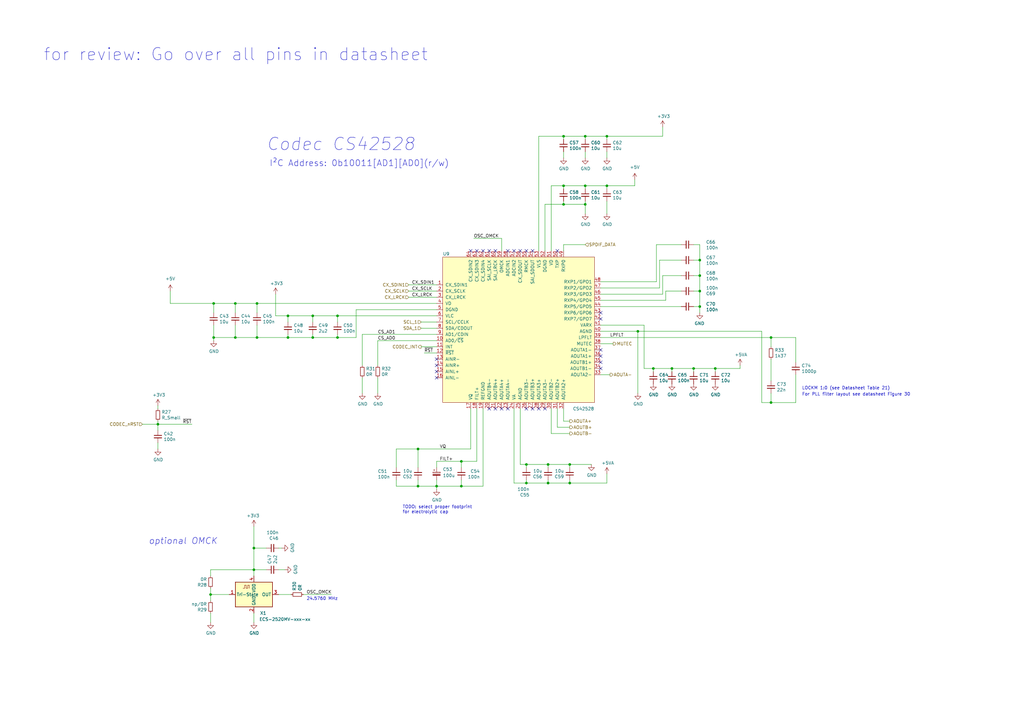
<source format=kicad_sch>
(kicad_sch (version 20230121) (generator eeschema)
  (paper "A3")
  (title_block (title "CS42528") (date "2022-06-02") (rev "00.01"))
  (lib_symbols
    (symbol "Device:C_Polarized_Small" (pin_numbers hide) (pin_names (offset 0.254) hide)
      (property "Reference" "C" (at 0.254 1.778 0))
      (property "Value" "C_Polarized_Small" (at 0.254 -2.032 0))
      (symbol "C_Polarized_Small_0_1"
        (rectangle (start -1.524 -0.3048) (end 1.524 -0.6858) (fill (type outline)))
        (rectangle (start -1.524 0.6858) (end 1.524 0.3048))
        (polyline (pts (xy -1.27 1.524) (xy -0.762 1.524)))
        (polyline (pts (xy -1.016 1.27) (xy -1.016 1.778)))
      )
      (symbol "C_Polarized_Small_1_1"
        (pin passive line (at 0 2.54 270) (length 1.8542) (name "~") (number "1"))
        (pin passive line (at 0 -2.54 90) (length 1.8542) (name "~") (number "2"))
      )
    )
    (symbol "Device:C_Small" (pin_numbers hide) (pin_names (offset 0.254) hide)
      (property "Reference" "C" (at 0.254 1.778 0))
      (property "Value" "C_Small" (at 0.254 -2.032 0))
      (symbol "C_Small_0_1"
        (polyline (pts (xy -1.524 -0.508) (xy 1.524 -0.508)) (stroke (width 0.3302)))
        (polyline (pts (xy -1.524 0.508) (xy 1.524 0.508)) (stroke (width 0.3048)))
      )
      (symbol "C_Small_1_1"
        (pin passive line (at 0 2.54 270) (length 2.032) (name "~") (number "1"))
        (pin passive line (at 0 -2.54 90) (length 2.032) (name "~") (number "2"))
      )
    )
    (symbol "Device:R_Small" (pin_numbers hide) (pin_names (offset 0.254) hide)
      (property "Reference" "R" (at 0.762 0.508 0))
      (property "Value" "R_Small" (at 0.762 -1.016 0))
      (symbol "R_Small_0_1"
        (rectangle (start -0.762 1.778) (end 0.762 -1.778) (stroke (width 0.2032)))
      )
      (symbol "R_Small_1_1"
        (pin passive line (at 0 2.54 270) (length 0.762) (name "~") (number "1"))
        (pin passive line (at 0 -2.54 90) (length 0.762) (name "~") (number "2"))
      )
    )
    (symbol "Oscillator:ECS-2520MV-xxx-xx"
      (property "Reference" "X" (at -5.08 6.35 0))
      (property "Value" "ECS-2520MV-xxx-xx" (at 1.27 -6.35 0))
      (symbol "ECS-2520MV-xxx-xx_0_1"
        (rectangle (start -7.62 5.08) (end 7.62 -5.08) (stroke (width 0.254)) (fill (type background)))
        (polyline (pts (xy -4.445 2.54) (xy -3.81 2.54) (xy -3.81 3.81) (xy -3.175 3.81) (xy -3.175 2.54) (xy -2.54 2.54) (xy -2.54 3.81) (xy -1.905 3.81) (xy -1.905 2.54)))
      )
      (symbol "ECS-2520MV-xxx-xx_1_1"
        (pin input line (at -10.16 0 0) (length 2.54) (name "Tri-State") (number "1"))
        (pin power_in line (at 0 -7.62 90) (length 2.54) (name "GND") (number "2"))
        (pin output line (at 10.16 0 180) (length 2.54) (name "OUT") (number "3"))
        (pin power_in line (at 0 7.62 270) (length 2.54) (name "VDD") (number "4"))
      )
    )
    (symbol "cs42528:CS42528" (pin_names (offset 1.016))
      (property "Reference" "U" (at 1.27 1.27 0))
      (property "Value" "CS42528" (at 57.15 -60.96 0))
      (symbol "CS42528_0_1"
        (rectangle (start 62.23 -59.69) (end 0 0) (fill (type background)))
      )
      (symbol "CS42528_1_1"
        (pin input line (at -2.54 -11.43 0) (length 2.54) (name "CX_SDIN1") (number "1"))
        (pin input line (at -2.54 -34.29 0) (length 2.54) (name "AD0/~{CS}") (number "10"))
        (pin output line (at -2.54 -36.83 0) (length 2.54) (name "INT") (number "11"))
        (pin input line (at -2.54 -39.37 0) (length 2.54) (name "~{RST}") (number "12"))
        (pin input line (at -2.54 -41.91 0) (length 2.54) (name "AINR-") (number "13"))
        (pin input line (at -2.54 -44.45 0) (length 2.54) (name "AINR+") (number "14"))
        (pin input line (at -2.54 -46.99 0) (length 2.54) (name "AINL+") (number "15"))
        (pin input line (at -2.54 -49.53 0) (length 2.54) (name "AINL-") (number "16"))
        (pin output line (at 11.43 -62.23 90) (length 2.54) (name "VQ") (number "17"))
        (pin output line (at 13.97 -62.23 90) (length 2.54) (name "FILT+") (number "18"))
        (pin power_in line (at 16.51 -62.23 90) (length 2.54) (name "REFGND") (number "19"))
        (pin bidirectional line (at -2.54 -13.97 0) (length 2.54) (name "CX_SCLK") (number "2"))
        (pin output line (at 19.05 -62.23 90) (length 2.54) (name "AOUTB4-") (number "20"))
        (pin output line (at 21.59 -62.23 90) (length 2.54) (name "AOUTB4+") (number "21"))
        (pin output line (at 24.13 -62.23 90) (length 2.54) (name "AOUTA4+") (number "22"))
        (pin output line (at 26.67 -62.23 90) (length 2.54) (name "AOUTA4-") (number "23"))
        (pin power_in line (at 29.21 -62.23 90) (length 2.54) (name "VA") (number "24"))
        (pin power_in line (at 31.75 -62.23 90) (length 2.54) (name "AGND") (number "25"))
        (pin output line (at 34.29 -62.23 90) (length 2.54) (name "AOUTB3-") (number "26"))
        (pin output line (at 36.83 -62.23 90) (length 2.54) (name "AOUTB3+") (number "27"))
        (pin output line (at 39.37 -62.23 90) (length 2.54) (name "AOUTA3+") (number "28"))
        (pin output line (at 41.91 -62.23 90) (length 2.54) (name "AOUTA3-") (number "29"))
        (pin bidirectional line (at -2.54 -16.51 0) (length 2.54) (name "CX_LRCK") (number "3"))
        (pin output line (at 44.45 -62.23 90) (length 2.54) (name "AOUTB2-") (number "30"))
        (pin output line (at 46.99 -62.23 90) (length 2.54) (name "AOUTB2+") (number "31"))
        (pin output line (at 49.53 -62.23 90) (length 2.54) (name "AOUTA2+") (number "32"))
        (pin output line (at 64.77 -48.26 180) (length 2.54) (name "AOUTA2-") (number "33"))
        (pin output line (at 64.77 -45.72 180) (length 2.54) (name "AOUTB1-") (number "34"))
        (pin output line (at 64.77 -43.18 180) (length 2.54) (name "AOUTB1+") (number "35"))
        (pin output line (at 64.77 -40.64 180) (length 2.54) (name "AOUTA1+") (number "36"))
        (pin output line (at 64.77 -38.1 180) (length 2.54) (name "AOUTA1-") (number "37"))
        (pin output line (at 64.77 -35.56 180) (length 2.54) (name "MUTEC") (number "38"))
        (pin output line (at 64.77 -33.02 180) (length 2.54) (name "LPFLT") (number "39"))
        (pin power_in line (at -2.54 -19.05 0) (length 2.54) (name "VD") (number "4"))
        (pin power_in line (at 64.77 -30.48 180) (length 2.54) (name "AGND") (number "40"))
        (pin power_in line (at 64.77 -27.94 180) (length 2.54) (name "VARX") (number "41"))
        (pin bidirectional line (at 64.77 -25.4 180) (length 2.54) (name "RXP7/GPO7") (number "42"))
        (pin bidirectional line (at 64.77 -22.86 180) (length 2.54) (name "RXP6/GPO6") (number "43"))
        (pin bidirectional line (at 64.77 -20.32 180) (length 2.54) (name "RXP5/GPO5") (number "44"))
        (pin bidirectional line (at 64.77 -17.78 180) (length 2.54) (name "RXP4/GPO4") (number "45"))
        (pin bidirectional line (at 64.77 -15.24 180) (length 2.54) (name "RXP3/GPO3") (number "46"))
        (pin bidirectional line (at 64.77 -12.7 180) (length 2.54) (name "RXP2/GPO2") (number "47"))
        (pin bidirectional line (at 64.77 -10.16 180) (length 2.54) (name "RXP1/GPO1") (number "48"))
        (pin input line (at 49.53 2.54 270) (length 2.54) (name "RXP0") (number "49"))
        (pin power_in line (at -2.54 -21.59 0) (length 2.54) (name "DGND") (number "5"))
        (pin output line (at 46.99 2.54 270) (length 2.54) (name "TXP") (number "50"))
        (pin power_in line (at 44.45 2.54 270) (length 2.54) (name "VD") (number "51"))
        (pin power_in line (at 41.91 2.54 270) (length 2.54) (name "DGND") (number "52"))
        (pin input line (at 39.37 2.54 270) (length 2.54) (name "VLS") (number "53"))
        (pin output line (at 36.83 2.54 270) (length 2.54) (name "SAI_SDOUT") (number "54"))
        (pin output line (at 34.29 2.54 270) (length 2.54) (name "RMCK") (number "55"))
        (pin output line (at 31.75 2.54 270) (length 2.54) (name "CX_SDOUT") (number "56"))
        (pin output line (at 29.21 2.54 270) (length 2.54) (name "ADCIN2") (number "57"))
        (pin output line (at 26.67 2.54 270) (length 2.54) (name "ADCIN1") (number "58"))
        (pin input line (at 24.13 2.54 270) (length 2.54) (name "OMCK") (number "59"))
        (pin power_in line (at -2.54 -24.13 0) (length 2.54) (name "VLC") (number "6"))
        (pin bidirectional line (at 21.59 2.54 270) (length 2.54) (name "SAI_LRCK") (number "60"))
        (pin input line (at 19.05 2.54 270) (length 2.54) (name "SAI_SCLK") (number "61"))
        (pin input line (at 16.51 2.54 270) (length 2.54) (name "CX_SDIN4") (number "62"))
        (pin input line (at 13.97 2.54 270) (length 2.54) (name "CX_SDIN3") (number "63"))
        (pin input line (at 11.43 2.54 270) (length 2.54) (name "CX_SDIN2") (number "64"))
        (pin input line (at -2.54 -26.67 0) (length 2.54) (name "SCL/CCLK") (number "7"))
        (pin bidirectional line (at -2.54 -29.21 0) (length 2.54) (name "SDA/CDOUT") (number "8"))
        (pin input line (at -2.54 -31.75 0) (length 2.54) (name "AD1/CDIN") (number "9"))
      )
    )
    (symbol "power:+3V3" (power) (pin_names (offset 0))
      (property "Value" "+3V3" (at 0 3.556 0))
      (symbol "+3V3_0_1"
        (polyline (pts (xy -0.762 1.27) (xy 0 2.54)))
        (polyline (pts (xy 0 0) (xy 0 2.54)))
        (polyline (pts (xy 0 2.54) (xy 0.762 1.27)))
      )
      (symbol "+3V3_1_1"
        (pin power_in line (at 0 0 90) (length 0) hide (name "+3V3") (number "1"))
      )
    )
    (symbol "power:+5V" (power) (pin_names (offset 0))
      (property "Value" "+5V" (at 0 3.556 0))
      (symbol "+5V_0_1"
        (polyline (pts (xy -0.762 1.27) (xy 0 2.54)))
        (polyline (pts (xy 0 0) (xy 0 2.54)))
        (polyline (pts (xy 0 2.54) (xy 0.762 1.27)))
      )
      (symbol "+5V_1_1"
        (pin power_in line (at 0 0 90) (length 0) hide (name "+5V") (number "1"))
      )
    )
    (symbol "power:+5VA" (power) (pin_names (offset 0))
      (property "Value" "+5VA" (at 0 3.556 0))
      (symbol "+5VA_0_1"
        (polyline (pts (xy -0.762 1.27) (xy 0 2.54)))
        (polyline (pts (xy 0 0) (xy 0 2.54)))
        (polyline (pts (xy 0 2.54) (xy 0.762 1.27)))
      )
      (symbol "+5VA_1_1"
        (pin power_in line (at 0 0 90) (length 0) hide (name "+5VA") (number "1"))
      )
    )
    (symbol "power:GND" (power) (pin_names (offset 0))
      (property "Value" "GND" (at 0 -3.81 0))
      (symbol "GND_0_1"
        (polyline (pts (xy 0 0) (xy 0 -1.27) (xy 1.27 -1.27) (xy 0 -2.54) (xy -1.27 -1.27) (xy 0 -1.27)))
      )
      (symbol "GND_1_1"
        (pin power_in line (at 0 0 270) (length 0) hide (name "GND") (number "1"))
      )
    )
  )
  (junction (at 316.23 165.1))
  (junction (at 284.48 151.13))
  (junction (at 96.52 124.46))
  (junction (at 224.79 190.5))
  (junction (at 267.97 151.13))
  (junction (at 231.14 55.88))
  (junction (at 87.63 124.46))
  (junction (at 215.9 190.5))
  (junction (at 316.23 138.43))
  (junction (at 104.14 233.68))
  (junction (at 104.14 224.79))
  (junction (at 118.11 138.43))
  (junction (at 189.23 189.23))
  (junction (at 224.79 198.12))
  (junction (at 240.03 83.82))
  (junction (at 118.11 129.54))
  (junction (at 231.14 76.2))
  (junction (at 240.03 76.2))
  (junction (at 293.37 151.13))
  (junction (at 275.59 151.13))
  (junction (at 128.27 138.43))
  (junction (at 179.07 199.39))
  (junction (at 215.9 198.12))
  (junction (at 171.45 184.15))
  (junction (at 87.63 138.43))
  (junction (at 287.02 125.73))
  (junction (at 105.41 124.46))
  (junction (at 248.92 76.2))
  (junction (at 287.02 106.68))
  (junction (at 287.02 113.03))
  (junction (at 171.45 199.39))
  (junction (at 138.43 138.43))
  (junction (at 287.02 119.38))
  (junction (at 64.77 173.99))
  (junction (at 138.43 129.54))
  (junction (at 231.14 83.82))
  (junction (at 233.68 198.12))
  (junction (at 86.36 243.84))
  (junction (at 261.62 135.89))
  (junction (at 248.92 55.88))
  (junction (at 189.23 199.39))
  (junction (at 128.27 129.54))
  (junction (at 105.41 138.43))
  (junction (at 240.03 55.88))
  (junction (at 96.52 138.43))
  (junction (at 233.68 190.5))
  (no_connect (at 223.52 167.64))
  (no_connect (at 200.66 167.64))
  (no_connect (at 203.2 102.87))
  (no_connect (at 208.28 102.87))
  (no_connect (at 246.38 146.05))
  (no_connect (at 246.38 143.51))
  (no_connect (at 215.9 167.64))
  (no_connect (at 246.38 128.27))
  (no_connect (at 215.9 102.87))
  (no_connect (at 228.6 102.87))
  (no_connect (at 246.38 151.13))
  (no_connect (at 195.58 102.87))
  (no_connect (at 203.2 167.64))
  (no_connect (at 179.07 154.94))
  (no_connect (at 246.38 148.59))
  (no_connect (at 210.82 102.87))
  (no_connect (at 208.28 167.64))
  (no_connect (at 179.07 147.32))
  (no_connect (at 218.44 167.64))
  (no_connect (at 200.66 102.87))
  (no_connect (at 179.07 152.4))
  (no_connect (at 193.04 102.87))
  (no_connect (at 213.36 102.87))
  (no_connect (at 220.98 167.64))
  (no_connect (at 205.74 167.64))
  (no_connect (at 179.07 149.86))
  (no_connect (at 218.44 102.87))
  (no_connect (at 198.12 102.87))
  (no_connect (at 246.38 130.81))
  (wire (pts (xy 246.38 153.67) (xy 250.19 153.67)))
  (wire (pts (xy 248.92 55.88) (xy 271.78 55.88)))
  (wire (pts (xy 171.45 196.85) (xy 171.45 199.39)))
  (wire (pts (xy 171.45 184.15) (xy 171.45 191.77)))
  (wire (pts (xy 87.63 124.46) (xy 96.52 124.46)))
  (wire (pts (xy 264.16 133.35) (xy 264.16 151.13)))
  (wire (pts (xy 118.11 129.54) (xy 113.03 129.54)))
  (wire (pts (xy 154.94 139.7) (xy 179.07 139.7)))
  (wire (pts (xy 279.4 106.68) (xy 270.51 106.68)))
  (wire (pts (xy 284.48 151.13) (xy 284.48 152.4)))
  (wire (pts (xy 215.9 196.85) (xy 215.9 198.12)))
  (wire (pts (xy 148.59 149.86) (xy 148.59 137.16)))
  (wire (pts (xy 261.62 135.89) (xy 261.62 161.29)))
  (wire (pts (xy 118.11 137.16) (xy 118.11 138.43)))
  (wire (pts (xy 233.68 191.77) (xy 233.68 190.5)))
  (wire (pts (xy 104.14 255.27) (xy 104.14 251.46)))
  (wire (pts (xy 293.37 151.13) (xy 293.37 152.4)))
  (wire (pts (xy 233.68 172.72) (xy 231.14 172.72)))
  (wire (pts (xy 240.03 76.2) (xy 248.92 76.2)))
  (wire (pts (xy 205.74 97.79) (xy 205.74 102.87)))
  (wire (pts (xy 275.59 151.13) (xy 284.48 151.13)))
  (wire (pts (xy 248.92 55.88) (xy 248.92 57.15)))
  (wire (pts (xy 271.78 55.88) (xy 271.78 52.07)))
  (wire (pts (xy 215.9 191.77) (xy 215.9 190.5)))
  (wire (pts (xy 193.04 167.64) (xy 193.04 184.15)))
  (wire (pts (xy 215.9 190.5) (xy 224.79 190.5)))
  (wire (pts (xy 312.42 165.1) (xy 312.42 135.89)))
  (wire (pts (xy 226.06 177.8) (xy 226.06 167.64)))
  (wire (pts (xy 69.85 124.46) (xy 87.63 124.46)))
  (wire (pts (xy 248.92 64.77) (xy 248.92 62.23)))
  (wire (pts (xy 64.77 173.99) (xy 64.77 176.53)))
  (wire (pts (xy 179.07 199.39) (xy 189.23 199.39)))
  (wire (pts (xy 118.11 138.43) (xy 128.27 138.43)))
  (wire (pts (xy 93.98 243.84) (xy 86.36 243.84)))
  (wire (pts (xy 224.79 196.85) (xy 224.79 198.12)))
  (wire (pts (xy 246.38 125.73) (xy 279.4 125.73)))
  (wire (pts (xy 316.23 165.1) (xy 316.23 161.29)))
  (wire (pts (xy 104.14 224.79) (xy 104.14 233.68)))
  (wire (pts (xy 240.03 55.88) (xy 248.92 55.88)))
  (wire (pts (xy 228.6 167.64) (xy 228.6 175.26)))
  (wire (pts (xy 171.45 199.39) (xy 162.56 199.39)))
  (wire (pts (xy 105.41 124.46) (xy 105.41 128.27)))
  (wire (pts (xy 269.24 115.57) (xy 269.24 100.33)))
  (wire (pts (xy 87.63 138.43) (xy 87.63 139.7)))
  (wire (pts (xy 87.63 124.46) (xy 87.63 128.27)))
  (wire (pts (xy 58.42 173.99) (xy 64.77 173.99)))
  (wire (pts (xy 210.82 167.64) (xy 210.82 198.12)))
  (wire (pts (xy 287.02 125.73) (xy 287.02 128.27)))
  (wire (pts (xy 231.14 102.87) (xy 231.14 100.33)))
  (wire (pts (xy 316.23 147.32) (xy 316.23 156.21)))
  (wire (pts (xy 316.23 165.1) (xy 312.42 165.1)))
  (wire (pts (xy 105.41 124.46) (xy 179.07 124.46)))
  (wire (pts (xy 246.38 135.89) (xy 261.62 135.89)))
  (wire (pts (xy 64.77 172.72) (xy 64.77 173.99)))
  (wire (pts (xy 293.37 151.13) (xy 303.53 151.13)))
  (wire (pts (xy 224.79 191.77) (xy 224.79 190.5)))
  (wire (pts (xy 223.52 83.82) (xy 231.14 83.82)))
  (wire (pts (xy 264.16 151.13) (xy 267.97 151.13)))
  (wire (pts (xy 96.52 133.35) (xy 96.52 138.43)))
  (wire (pts (xy 96.52 124.46) (xy 105.41 124.46)))
  (wire (pts (xy 167.64 119.38) (xy 179.07 119.38)))
  (wire (pts (xy 231.14 76.2) (xy 240.03 76.2)))
  (wire (pts (xy 284.48 100.33) (xy 287.02 100.33)))
  (wire (pts (xy 284.48 106.68) (xy 287.02 106.68)))
  (wire (pts (xy 128.27 138.43) (xy 138.43 138.43)))
  (wire (pts (xy 154.94 154.94) (xy 154.94 161.29)))
  (wire (pts (xy 284.48 113.03) (xy 287.02 113.03)))
  (wire (pts (xy 228.6 175.26) (xy 233.68 175.26)))
  (wire (pts (xy 273.05 119.38) (xy 273.05 123.19)))
  (wire (pts (xy 213.36 190.5) (xy 215.9 190.5)))
  (wire (pts (xy 109.22 224.79) (xy 104.14 224.79)))
  (wire (pts (xy 167.64 116.84) (xy 179.07 116.84)))
  (wire (pts (xy 162.56 199.39) (xy 162.56 196.85)))
  (wire (pts (xy 104.14 233.68) (xy 109.22 233.68)))
  (wire (pts (xy 171.45 184.15) (xy 162.56 184.15)))
  (wire (pts (xy 248.92 198.12) (xy 248.92 194.31)))
  (wire (pts (xy 86.36 243.84) (xy 86.36 241.3)))
  (wire (pts (xy 128.27 129.54) (xy 138.43 129.54)))
  (wire (pts (xy 189.23 189.23) (xy 179.07 189.23)))
  (wire (pts (xy 240.03 64.77) (xy 240.03 62.23)))
  (wire (pts (xy 231.14 77.47) (xy 231.14 76.2)))
  (wire (pts (xy 113.03 129.54) (xy 113.03 120.65)))
  (wire (pts (xy 287.02 119.38) (xy 287.02 125.73)))
  (wire (pts (xy 284.48 125.73) (xy 287.02 125.73)))
  (wire (pts (xy 284.48 119.38) (xy 287.02 119.38)))
  (wire (pts (xy 267.97 151.13) (xy 275.59 151.13)))
  (wire (pts (xy 287.02 100.33) (xy 287.02 106.68)))
  (wire (pts (xy 233.68 177.8) (xy 226.06 177.8)))
  (wire (pts (xy 260.35 73.66) (xy 260.35 76.2)))
  (wire (pts (xy 138.43 129.54) (xy 138.43 132.08)))
  (wire (pts (xy 270.51 106.68) (xy 270.51 118.11)))
  (wire (pts (xy 87.63 138.43) (xy 96.52 138.43)))
  (wire (pts (xy 231.14 55.88) (xy 240.03 55.88)))
  (wire (pts (xy 240.03 83.82) (xy 240.03 87.63)))
  (wire (pts (xy 115.57 224.79) (xy 114.3 224.79)))
  (wire (pts (xy 326.39 165.1) (xy 316.23 165.1)))
  (wire (pts (xy 86.36 243.84) (xy 86.36 246.38)))
  (wire (pts (xy 248.92 76.2) (xy 260.35 76.2)))
  (wire (pts (xy 64.77 173.99) (xy 78.74 173.99)))
  (wire (pts (xy 128.27 129.54) (xy 128.27 132.08)))
  (wire (pts (xy 179.07 199.39) (xy 179.07 196.85)))
  (wire (pts (xy 220.98 55.88) (xy 231.14 55.88)))
  (wire (pts (xy 303.53 149.86) (xy 303.53 151.13)))
  (wire (pts (xy 104.14 215.9) (xy 104.14 224.79)))
  (wire (pts (xy 105.41 138.43) (xy 118.11 138.43)))
  (wire (pts (xy 231.14 82.55) (xy 231.14 83.82)))
  (wire (pts (xy 275.59 152.4) (xy 275.59 151.13)))
  (wire (pts (xy 223.52 102.87) (xy 223.52 83.82)))
  (wire (pts (xy 179.07 200.66) (xy 179.07 199.39)))
  (wire (pts (xy 215.9 198.12) (xy 210.82 198.12)))
  (wire (pts (xy 194.31 97.79) (xy 205.74 97.79)))
  (wire (pts (xy 231.14 64.77) (xy 231.14 62.23)))
  (wire (pts (xy 224.79 198.12) (xy 233.68 198.12)))
  (wire (pts (xy 198.12 167.64) (xy 198.12 199.39)))
  (wire (pts (xy 220.98 55.88) (xy 220.98 102.87)))
  (wire (pts (xy 179.07 142.24) (xy 172.72 142.24)))
  (wire (pts (xy 269.24 100.33) (xy 279.4 100.33)))
  (wire (pts (xy 231.14 100.33) (xy 240.03 100.33)))
  (wire (pts (xy 64.77 181.61) (xy 64.77 184.15)))
  (wire (pts (xy 173.99 144.78) (xy 179.07 144.78)))
  (wire (pts (xy 226.06 76.2) (xy 226.06 102.87)))
  (wire (pts (xy 118.11 129.54) (xy 128.27 129.54)))
  (wire (pts (xy 326.39 153.67) (xy 326.39 165.1)))
  (wire (pts (xy 167.64 121.92) (xy 179.07 121.92)))
  (wire (pts (xy 316.23 138.43) (xy 316.23 142.24)))
  (wire (pts (xy 189.23 196.85) (xy 189.23 199.39)))
  (wire (pts (xy 326.39 138.43) (xy 326.39 148.59)))
  (wire (pts (xy 118.11 129.54) (xy 118.11 132.08)))
  (wire (pts (xy 171.45 184.15) (xy 193.04 184.15)))
  (wire (pts (xy 231.14 172.72) (xy 231.14 167.64)))
  (wire (pts (xy 233.68 196.85) (xy 233.68 198.12)))
  (wire (pts (xy 248.92 82.55) (xy 248.92 87.63)))
  (wire (pts (xy 69.85 124.46) (xy 69.85 119.38)))
  (wire (pts (xy 96.52 138.43) (xy 105.41 138.43)))
  (wire (pts (xy 189.23 199.39) (xy 198.12 199.39)))
  (wire (pts (xy 213.36 167.64) (xy 213.36 190.5)))
  (wire (pts (xy 105.41 133.35) (xy 105.41 138.43)))
  (wire (pts (xy 246.38 115.57) (xy 269.24 115.57)))
  (wire (pts (xy 148.59 161.29) (xy 148.59 154.94)))
  (wire (pts (xy 231.14 55.88) (xy 231.14 57.15)))
  (wire (pts (xy 86.36 251.46) (xy 86.36 255.27)))
  (wire (pts (xy 171.45 199.39) (xy 179.07 199.39)))
  (wire (pts (xy 224.79 198.12) (xy 215.9 198.12)))
  (wire (pts (xy 246.38 140.97) (xy 251.46 140.97)))
  (wire (pts (xy 86.36 233.68) (xy 86.36 236.22)))
  (wire (pts (xy 162.56 184.15) (xy 162.56 191.77)))
  (wire (pts (xy 189.23 189.23) (xy 189.23 191.77)))
  (wire (pts (xy 148.59 137.16) (xy 179.07 137.16)))
  (wire (pts (xy 179.07 134.62) (xy 172.72 134.62)))
  (wire (pts (xy 240.03 76.2) (xy 240.03 77.47)))
  (wire (pts (xy 87.63 133.35) (xy 87.63 138.43)))
  (wire (pts (xy 240.03 82.55) (xy 240.03 83.82)))
  (wire (pts (xy 271.78 113.03) (xy 279.4 113.03)))
  (wire (pts (xy 138.43 138.43) (xy 146.05 138.43)))
  (wire (pts (xy 267.97 152.4) (xy 267.97 151.13)))
  (wire (pts (xy 312.42 135.89) (xy 261.62 135.89)))
  (wire (pts (xy 124.46 243.84) (xy 135.89 243.84)))
  (wire (pts (xy 138.43 129.54) (xy 179.07 129.54)))
  (wire (pts (xy 154.94 149.86) (xy 154.94 139.7)))
  (wire (pts (xy 104.14 233.68) (xy 86.36 233.68)))
  (wire (pts (xy 224.79 190.5) (xy 233.68 190.5)))
  (wire (pts (xy 231.14 83.82) (xy 240.03 83.82)))
  (wire (pts (xy 116.84 233.68) (xy 114.3 233.68)))
  (wire (pts (xy 195.58 167.64) (xy 195.58 189.23)))
  (wire (pts (xy 233.68 198.12) (xy 248.92 198.12)))
  (wire (pts (xy 271.78 120.65) (xy 271.78 113.03)))
  (wire (pts (xy 233.68 190.5) (xy 242.57 190.5)))
  (wire (pts (xy 179.07 189.23) (xy 179.07 191.77)))
  (wire (pts (xy 287.02 106.68) (xy 287.02 113.03)))
  (wire (pts (xy 246.38 133.35) (xy 264.16 133.35)))
  (wire (pts (xy 104.14 233.68) (xy 104.14 236.22)))
  (wire (pts (xy 273.05 123.19) (xy 246.38 123.19)))
  (wire (pts (xy 316.23 138.43) (xy 326.39 138.43)))
  (wire (pts (xy 114.3 243.84) (xy 119.38 243.84)))
  (wire (pts (xy 226.06 76.2) (xy 231.14 76.2)))
  (wire (pts (xy 270.51 118.11) (xy 246.38 118.11)))
  (wire (pts (xy 240.03 55.88) (xy 240.03 57.15)))
  (wire (pts (xy 128.27 137.16) (xy 128.27 138.43)))
  (wire (pts (xy 179.07 132.08) (xy 172.72 132.08)))
  (wire (pts (xy 96.52 124.46) (xy 96.52 128.27)))
  (wire (pts (xy 279.4 119.38) (xy 273.05 119.38)))
  (wire (pts (xy 195.58 189.23) (xy 189.23 189.23)))
  (wire (pts (xy 146.05 138.43) (xy 146.05 127)))
  (wire (pts (xy 146.05 127) (xy 179.07 127)))
  (wire (pts (xy 138.43 137.16) (xy 138.43 138.43)))
  (wire (pts (xy 284.48 151.13) (xy 293.37 151.13)))
  (wire (pts (xy 287.02 113.03) (xy 287.02 119.38)))
  (wire (pts (xy 248.92 77.47) (xy 248.92 76.2)))
  (wire (pts (xy 246.38 120.65) (xy 271.78 120.65)))
  (wire (pts (xy 246.38 138.43) (xy 316.23 138.43)))
  (wire (pts (xy 64.77 166.37) (xy 64.77 167.64)))
  (text "for review: Go over all pins in datasheet" (at 17.78 25.4 0) (effects (font (size 5.04 5.04)) (justify left bottom)))
  (text "LOCKM 1:0 (see Datasheet Table 21) " (at 328.93 160.02 0) (effects (font (size 1.27 1.27)) (justify left bottom)))
  (text "I²C Address: 0b10011[AD1][AD0](r/w)" (at 110.49 68.58 0) (effects (font (size 2.54 2.54)) (justify left bottom)))
  (text "For PLL filter layout see datasheet Figure 30" (at 328.93 162.56 0) (effects (font (size 1.27 1.27)) (justify left bottom)))
  (text "24.5760 MHz" (at 125.73 246.38 0) (effects (font (size 1.27 1.27)) (justify left bottom)))
  (text "TODO: select proper footprint\nfor electrolytic cap" (at 165.1 210.82 0) (effects (font (size 1.27 1.27)) (justify left bottom)))
  (text "Codec CS42528" (at 109.22 62.23 0) (effects (font (size 5.08 5.08) italic) (justify left bottom)))
  (text "optional OMCK" (at 60.96 223.52 0) (effects (font (size 2.54 2.54) italic) (justify left bottom)))
  (label "VQ" (at 180.34 184.15 0))
  (label "CX_SDIN1" (at 168.91 116.84 0))
  (label "OSC_OMCK" (at 194.31 97.79 0))
  (label "OSC_OMCK" (at 125.73 243.84 0))
  (label "CX_LRCK" (at 168.91 121.92 0))
  (label "FILT+" (at 180.34 189.23 0))
  (label "~{RST}" (at 173.99 144.78 0))
  (label "CX_SCLK" (at 168.91 119.38 0))
  (label "CS_AD0" (at 154.94 139.7 0))
  (label "CS_AD1" (at 154.94 137.16 0))
  (label "~{RST}" (at 74.93 173.99 0))
  (label "LPFLT" (at 250.19 138.43 0))
  (hierarchical_label "MUTEC" (shape output) (at 251.46 140.97 0))
  (hierarchical_label "SDA_1" (shape input) (at 172.72 134.62 180))
  (hierarchical_label "CX_SDIN1" (shape input) (at 167.64 116.84 180))
  (hierarchical_label "SPDIF_DATA" (shape input) (at 240.03 100.33 0))
  (hierarchical_label "AOUTA+" (shape output) (at 233.68 172.72 0))
  (hierarchical_label "CX_SCLK" (shape input) (at 167.64 119.38 180))
  (hierarchical_label "CODEC_nRST" (shape input) (at 58.42 173.99 180))
  (hierarchical_label "SCL_1" (shape input) (at 172.72 132.08 180))
  (hierarchical_label "CX_LRCK" (shape input) (at 167.64 121.92 180))
  (hierarchical_label "AOUTB-" (shape output) (at 233.68 177.8 0))
  (hierarchical_label "AOUTA-" (shape output) (at 250.19 153.67 0))
  (hierarchical_label "AOUTB+" (shape output) (at 233.68 175.26 0))
  (hierarchical_label "CODEC_INT" (shape output) (at 172.72 142.24 180))
  (symbol (lib_id "cs42528:CS42528") (at 181.61 105.41 0) (unit 1)
    (property "Reference" "U9" (at 181.61 104.14 0) (effects (justify left)))
    (property "Value" "CS42528" (at 234.95 167.64 0) (effects (justify left)))
    (property "Footprint" "Package_QFP:LQFP-64_10x10mm_P0.5mm" (effects hide))
  )
  (symbol (lib_id "Device:R_Small") (at 64.77 170.18 0) (unit 1)
    (property "Reference" "R27" (at 66.2686 169.0116 0) (effects (justify left)))
    (property "Value" "R_Small" (at 66.2686 171.323 0) (effects (justify left)))
    (property "Footprint" "Resistor_SMD:R_0603_1608Metric" (effects hide))
  )
  (symbol (lib_id "Device:C_Small") (at 64.77 179.07 0) (unit 1)
    (property "Reference" "C42" (at 67.1068 177.9016 0) (effects (justify left)))
    (property "Value" "100n" (at 67.1068 180.213 0) (effects (justify left)))
    (property "Footprint" "Capacitor_SMD:C_0603_1608Metric" (effects hide))
  )
  (symbol (lib_id "power:GND") (at 64.77 184.15 0) (unit 1)
    (property "Reference" "#PWR074" (effects hide))
    (property "Value" "GND" (at 64.897 188.5442 0))
  )
  (symbol (lib_id "Device:C_Small") (at 138.43 134.62 0) (unit 1)
    (property "Reference" "C50" (at 140.7668 133.4516 0) (effects (justify left)))
    (property "Value" "100n" (at 140.7668 135.763 0) (effects (justify left)))
    (property "Footprint" "Capacitor_SMD:C_0603_1608Metric" (effects hide))
  )
  (symbol (lib_id "Device:C_Small") (at 118.11 134.62 0) (unit 1)
    (property "Reference" "C48" (at 120.4468 133.4516 0) (effects (justify left)))
    (property "Value" "10u" (at 120.4468 135.763 0) (effects (justify left)))
    (property "Footprint" "Capacitor_SMD:C_0603_1608Metric" (effects hide))
  )
  (symbol (lib_id "power:+3V3") (at 113.03 120.65 0) (unit 1)
    (property "Reference" "#PWR080" (effects hide))
    (property "Value" "+3V3" (at 113.411 116.2558 0))
  )
  (symbol (lib_id "Device:C_Small") (at 248.92 80.01 0) (unit 1)
    (property "Reference" "C63" (at 251.2568 78.8416 0) (effects (justify left)))
    (property "Value" "10u" (at 251.2568 81.153 0) (effects (justify left)))
    (property "Footprint" "Capacitor_SMD:C_0603_1608Metric" (effects hide))
  )
  (symbol (lib_id "Device:C_Small") (at 240.03 80.01 0) (unit 1)
    (property "Reference" "C61" (at 242.3668 78.8416 0) (effects (justify left)))
    (property "Value" "10u" (at 242.3668 81.153 0) (effects (justify left)))
    (property "Footprint" "Capacitor_SMD:C_0603_1608Metric" (effects hide))
  )
  (symbol (lib_id "Device:C_Small") (at 231.14 80.01 0) (unit 1)
    (property "Reference" "C58" (at 233.4768 78.8416 0) (effects (justify left)))
    (property "Value" "100n" (at 233.4768 81.153 0) (effects (justify left)))
    (property "Footprint" "Capacitor_SMD:C_0603_1608Metric" (effects hide))
  )
  (symbol (lib_id "power:GND") (at 261.62 161.29 0) (unit 1)
    (property "Reference" "#PWR094" (effects hide))
    (property "Value" "GND" (at 261.747 165.6842 0))
  )
  (symbol (lib_id "Device:C_Small") (at 215.9 194.31 180) (unit 1)
    (property "Reference" "C55" (at 217.17 202.9714 0) (effects (justify left)))
    (property "Value" "100n" (at 217.17 200.66 0) (effects (justify left)))
    (property "Footprint" "Capacitor_SMD:C_0603_1608Metric" (effects hide))
  )
  (symbol (lib_id "Device:C_Small") (at 224.79 194.31 180) (unit 1)
    (property "Reference" "C56" (at 222.4532 195.4784 0) (effects (justify left)))
    (property "Value" "10u" (at 222.4532 193.167 0) (effects (justify left)))
    (property "Footprint" "Capacitor_SMD:C_0603_1608Metric" (effects hide))
  )
  (symbol (lib_id "Device:R_Small") (at 154.94 152.4 0) (unit 1)
    (property "Reference" "R32" (at 156.4386 151.2316 0) (effects (justify left)))
    (property "Value" "0R" (at 156.4386 153.543 0) (effects (justify left)))
    (property "Footprint" "Resistor_SMD:R_0603_1608Metric" (effects hide))
  )
  (symbol (lib_id "Device:R_Small") (at 148.59 152.4 0) (unit 1)
    (property "Reference" "R31" (at 150.0886 151.2316 0) (effects (justify left)))
    (property "Value" "0R" (at 150.0886 153.543 0) (effects (justify left)))
    (property "Footprint" "Resistor_SMD:R_0603_1608Metric" (effects hide))
  )
  (symbol (lib_id "power:GND") (at 154.94 161.29 0) (unit 1)
    (property "Reference" "#PWR084" (effects hide))
    (property "Value" "GND" (at 155.067 165.6842 0))
  )
  (symbol (lib_id "power:GND") (at 148.59 161.29 0) (unit 1)
    (property "Reference" "#PWR083" (effects hide))
    (property "Value" "GND" (at 148.717 165.6842 0))
  )
  (symbol (lib_id "power:+3V3") (at 64.77 166.37 0) (unit 1)
    (property "Reference" "#PWR073" (effects hide))
    (property "Value" "+3V3" (at 65.151 161.9758 0))
  )
  (symbol (lib_id "power:GND") (at 242.57 190.5 0) (unit 1)
    (property "Reference" "#PWR089" (effects hide))
    (property "Value" "GND" (at 242.697 194.8942 0))
  )
  (symbol (lib_id "power:+5VA") (at 248.92 194.31 0) (unit 1)
    (property "Reference" "#PWR092" (effects hide))
    (property "Value" "+5VA" (at 249.301 189.9158 0))
  )
  (symbol (lib_id "Device:C_Small") (at 240.03 59.69 0) (unit 1)
    (property "Reference" "C60" (at 242.3668 58.5216 0) (effects (justify left)))
    (property "Value" "10u" (at 242.3668 60.833 0) (effects (justify left)))
    (property "Footprint" "Capacitor_SMD:C_0603_1608Metric" (effects hide))
  )
  (symbol (lib_id "power:GND") (at 240.03 64.77 0) (unit 1)
    (property "Reference" "#PWR087" (effects hide))
    (property "Value" "GND" (at 240.157 69.1642 0))
  )
  (symbol (lib_id "Device:C_Small") (at 231.14 59.69 0) (unit 1)
    (property "Reference" "C57" (at 233.4768 58.5216 0) (effects (justify left)))
    (property "Value" "100n" (at 233.4768 60.833 0) (effects (justify left)))
    (property "Footprint" "Capacitor_SMD:C_0603_1608Metric" (effects hide))
  )
  (symbol (lib_id "power:GND") (at 231.14 64.77 0) (unit 1)
    (property "Reference" "#PWR086" (effects hide))
    (property "Value" "GND" (at 231.267 69.1642 0))
  )
  (symbol (lib_id "Device:C_Small") (at 267.97 154.94 0) (unit 1)
    (property "Reference" "C64" (at 270.3068 153.7716 0) (effects (justify left)))
    (property "Value" "10u" (at 270.3068 156.083 0) (effects (justify left)))
    (property "Footprint" "Capacitor_SMD:C_0603_1608Metric" (effects hide))
  )
  (symbol (lib_id "Device:C_Small") (at 275.59 154.94 0) (unit 1)
    (property "Reference" "C65" (at 277.9268 153.7716 0) (effects (justify left)))
    (property "Value" "100n" (at 277.9268 156.083 0) (effects (justify left)))
    (property "Footprint" "Capacitor_SMD:C_0603_1608Metric" (effects hide))
  )
  (symbol (lib_id "power:GND") (at 267.97 157.48 0) (unit 1)
    (property "Reference" "#PWR095" (effects hide))
    (property "Value" "GND" (at 268.097 161.8742 0))
  )
  (symbol (lib_id "power:+3V3") (at 271.78 52.07 0) (unit 1)
    (property "Reference" "#PWR096" (effects hide))
    (property "Value" "+3V3" (at 272.161 47.6758 0))
  )
  (symbol (lib_id "power:GND") (at 275.59 157.48 0) (unit 1)
    (property "Reference" "#PWR097" (effects hide))
    (property "Value" "GND" (at 275.717 161.8742 0))
  )
  (symbol (lib_id "Device:C_Small") (at 284.48 154.94 0) (unit 1)
    (property "Reference" "C71" (at 286.8168 153.7716 0) (effects (justify left)))
    (property "Value" "10u" (at 286.8168 156.083 0) (effects (justify left)))
    (property "Footprint" "Capacitor_SMD:C_0603_1608Metric" (effects hide))
  )
  (symbol (lib_id "power:GND") (at 284.48 157.48 0) (unit 1)
    (property "Reference" "#PWR098" (effects hide))
    (property "Value" "GND" (at 284.607 161.8742 0))
  )
  (symbol (lib_id "power:GND") (at 240.03 87.63 0) (unit 1)
    (property "Reference" "#PWR088" (effects hide))
    (property "Value" "GND" (at 240.157 92.0242 0))
  )
  (symbol (lib_id "power:GND") (at 248.92 87.63 0) (unit 1)
    (property "Reference" "#PWR091" (effects hide))
    (property "Value" "GND" (at 249.047 92.0242 0))
  )
  (symbol (lib_id "power:+5VA") (at 303.53 149.86 0) (unit 1)
    (property "Reference" "#PWR0101" (effects hide))
    (property "Value" "+5VA" (at 303.911 145.4658 0))
  )
  (symbol (lib_id "power:GND") (at 87.63 139.7 0) (unit 1)
    (property "Reference" "#PWR077" (effects hide))
    (property "Value" "GND" (at 87.757 144.0942 0))
  )
  (symbol (lib_id "Device:C_Small") (at 87.63 130.81 0) (unit 1)
    (property "Reference" "C43" (at 89.9668 129.6416 0) (effects (justify left)))
    (property "Value" "10u" (at 89.9668 131.953 0) (effects (justify left)))
    (property "Footprint" "Capacitor_SMD:C_0603_1608Metric" (effects hide))
  )
  (symbol (lib_id "Device:R_Small") (at 121.92 243.84 90) (unit 1)
    (property "Reference" "R30" (at 120.7516 242.3414 0) (effects (justify left)))
    (property "Value" "0R" (at 123.063 242.3414 0) (effects (justify left)))
    (property "Footprint" "Resistor_SMD:R_0603_1608Metric" (effects hide))
  )
  (symbol (lib_id "Device:C_Small") (at 248.92 59.69 0) (unit 1)
    (property "Reference" "C62" (at 251.2568 58.5216 0) (effects (justify left)))
    (property "Value" "10u" (at 251.2568 60.833 0) (effects (justify left)))
    (property "Footprint" "Capacitor_SMD:C_0603_1608Metric" (effects hide))
  )
  (symbol (lib_id "Device:C_Small") (at 281.94 119.38 270) (unit 1)
    (property "Reference" "C69" (at 289.56 120.4214 90) (effects (justify left)))
    (property "Value" "100n" (at 289.56 118.11 90) (effects (justify left)))
    (property "Footprint" "Capacitor_SMD:C_0603_1608Metric" (effects hide))
  )
  (symbol (lib_id "power:GND") (at 116.84 233.68 90) (unit 1)
    (property "Reference" "#PWR082" (effects hide))
    (property "Value" "GND" (at 121.2342 233.553 0))
  )
  (symbol (lib_id "power:GND") (at 248.92 64.77 0) (unit 1)
    (property "Reference" "#PWR090" (effects hide))
    (property "Value" "GND" (at 249.047 69.1642 0))
  )
  (symbol (lib_id "Device:R_Small") (at 86.36 248.92 180) (unit 1)
    (property "Reference" "R29" (at 84.8614 250.0884 0) (effects (justify left)))
    (property "Value" "np/0R" (at 84.8614 247.777 0) (effects (justify left)))
    (property "Footprint" "Resistor_SMD:R_0603_1608Metric" (effects hide))
  )
  (symbol (lib_id "Oscillator:ECS-2520MV-xxx-xx") (at 104.14 243.84 0) (unit 1)
    (property "Reference" "X1" (at 107.95 251.46 0))
    (property "Value" "ECS-2520MV-xxx-xx" (at 116.84 254 0))
    (property "Footprint" "Oscillator:Oscillator_SMD_ECS_2520MV-xxx-xx-4Pin_2.5x2.0mm" (effects hide))
    (property "Datasheet" "https://www.ecsxtal.com/store/pdf/ECS-2520MV.pdf" (effects hide))
  )
  (symbol (lib_id "Device:C_Small") (at 128.27 134.62 0) (unit 1)
    (property "Reference" "C49" (at 130.6068 133.4516 0) (effects (justify left)))
    (property "Value" "2u2" (at 130.6068 135.763 0) (effects (justify left)))
    (property "Footprint" "Capacitor_SMD:C_0603_1608Metric" (effects hide))
  )
  (symbol (lib_id "power:GND") (at 293.37 157.48 0) (unit 1)
    (property "Reference" "#PWR0100" (effects hide))
    (property "Value" "GND" (at 293.497 161.8742 0))
  )
  (symbol (lib_id "Device:R_Small") (at 86.36 238.76 180) (unit 1)
    (property "Reference" "R28" (at 84.8614 239.9284 0) (effects (justify left)))
    (property "Value" "0R" (at 84.8614 237.617 0) (effects (justify left)))
    (property "Footprint" "Resistor_SMD:R_0603_1608Metric" (effects hide))
  )
  (symbol (lib_id "Device:C_Small") (at 281.94 113.03 270) (unit 1)
    (property "Reference" "C68" (at 289.56 111.9886 90) (effects (justify left)))
    (property "Value" "100n" (at 289.56 114.3 90) (effects (justify left)))
    (property "Footprint" "Capacitor_SMD:C_0603_1608Metric" (effects hide))
  )
  (symbol (lib_id "power:+3V3") (at 104.14 215.9 0) (mirror y) (unit 1)
    (property "Reference" "#PWR078" (effects hide))
    (property "Value" "+3V3" (at 103.759 211.5058 0))
  )
  (symbol (lib_id "Device:C_Small") (at 316.23 158.75 0) (unit 1)
    (property "Reference" "C73" (at 318.5668 157.5816 0) (effects (justify left)))
    (property "Value" "22n" (at 318.5668 159.893 0) (effects (justify left)))
    (property "Footprint" "Capacitor_SMD:C_0603_1608Metric" (effects hide))
  )
  (symbol (lib_id "Device:C_Small") (at 162.56 194.31 0) (unit 1)
    (property "Reference" "C51" (at 154.94 193.2686 0) (effects (justify left)))
    (property "Value" "100n" (at 154.94 195.58 0) (effects (justify left)))
    (property "Footprint" "Capacitor_SMD:C_0603_1608Metric" (effects hide))
  )
  (symbol (lib_id "Device:C_Small") (at 96.52 130.81 0) (unit 1)
    (property "Reference" "C44" (at 98.8568 129.6416 0) (effects (justify left)))
    (property "Value" "10u" (at 98.8568 131.953 0) (effects (justify left)))
    (property "Footprint" "Capacitor_SMD:C_0603_1608Metric" (effects hide))
  )
  (symbol (lib_id "Device:C_Small") (at 233.68 194.31 180) (unit 1)
    (property "Reference" "C59" (at 231.3432 195.4784 0) (effects (justify left)))
    (property "Value" "10u" (at 231.3432 193.167 0) (effects (justify left)))
    (property "Footprint" "Capacitor_SMD:C_0603_1608Metric" (effects hide))
  )
  (symbol (lib_id "Device:C_Small") (at 189.23 194.31 0) (mirror y) (unit 1)
    (property "Reference" "C54" (at 196.85 193.2686 0) (effects (justify left)))
    (property "Value" "100n" (at 196.85 195.58 0) (effects (justify left)))
    (property "Footprint" "Capacitor_SMD:C_0603_1608Metric" (effects hide))
  )
  (symbol (lib_id "power:GND") (at 86.36 255.27 0) (unit 1)
    (property "Reference" "#PWR076" (effects hide))
    (property "Value" "GND" (at 86.487 259.6642 0))
  )
  (symbol (lib_id "power:GND") (at 179.07 200.66 0) (unit 1)
    (property "Reference" "#PWR085" (effects hide))
    (property "Value" "GND" (at 179.197 205.0542 0))
  )
  (symbol (lib_id "power:GND") (at 287.02 128.27 0) (mirror y) (unit 1)
    (property "Reference" "#PWR099" (effects hide))
    (property "Value" "GND" (at 286.893 132.6642 0))
  )
  (symbol (lib_id "Device:C_Small") (at 105.41 130.81 0) (unit 1)
    (property "Reference" "C45" (at 107.7468 129.6416 0) (effects (justify left)))
    (property "Value" "100n" (at 107.7468 131.953 0) (effects (justify left)))
    (property "Footprint" "Capacitor_SMD:C_0603_1608Metric" (effects hide))
  )
  (symbol (lib_id "Device:C_Small") (at 281.94 106.68 270) (unit 1)
    (property "Reference" "C67" (at 289.56 105.6386 90) (effects (justify left)))
    (property "Value" "100n" (at 289.56 107.95 90) (effects (justify left)))
    (property "Footprint" "Capacitor_SMD:C_0603_1608Metric" (effects hide))
  )
  (symbol (lib_id "Device:C_Small") (at 111.76 233.68 90) (unit 1)
    (property "Reference" "C47" (at 110.5916 231.3432 0) (effects (justify left)))
    (property "Value" "2u2" (at 112.903 231.3432 0) (effects (justify left)))
    (property "Footprint" "Capacitor_SMD:C_0603_1608Metric" (effects hide))
  )
  (symbol (lib_id "Device:C_Small") (at 293.37 154.94 0) (unit 1)
    (property "Reference" "C72" (at 295.7068 153.7716 0) (effects (justify left)))
    (property "Value" "10u" (at 295.7068 156.083 0) (effects (justify left)))
    (property "Footprint" "Capacitor_SMD:C_0603_1608Metric" (effects hide))
  )
  (symbol (lib_id "Device:C_Polarized_Small") (at 179.07 194.31 0) (unit 1)
    (property "Reference" "C53" (at 181.61 192.4939 0) (effects (justify left)))
    (property "Value" "100u" (at 181.61 195.0339 0) (effects (justify left)))
    (property "Footprint" "Capacitor_THT:CP_Radial_D6.3mm_P2.50mm" (effects hide))
  )
  (symbol (lib_id "Device:C_Small") (at 281.94 100.33 270) (unit 1)
    (property "Reference" "C66" (at 289.56 99.2886 90) (effects (justify left)))
    (property "Value" "100n" (at 289.56 101.6 90) (effects (justify left)))
    (property "Footprint" "Capacitor_SMD:C_0603_1608Metric" (effects hide))
  )
  (symbol (lib_id "power:+5V") (at 69.85 119.38 0) (unit 1)
    (property "Reference" "#PWR075" (effects hide))
    (property "Value" "+5V" (at 69.85 114.3 0))
  )
  (symbol (lib_id "power:GND") (at 115.57 224.79 90) (unit 1)
    (property "Reference" "#PWR081" (effects hide))
    (property "Value" "GND" (at 119.9642 224.663 0))
  )
  (symbol (lib_id "Device:C_Small") (at 111.76 224.79 90) (unit 1)
    (property "Reference" "C46" (at 114.3 220.7514 90) (effects (justify left)))
    (property "Value" "100n" (at 114.3 218.44 90) (effects (justify left)))
    (property "Footprint" "Capacitor_SMD:C_0603_1608Metric" (effects hide))
  )
  (symbol (lib_id "Device:R_Small") (at 316.23 144.78 0) (unit 1)
    (property "Reference" "R33" (at 317.7286 143.6116 0) (effects (justify left)))
    (property "Value" "1k37" (at 317.7286 145.923 0) (effects (justify left)))
    (property "Footprint" "Resistor_SMD:R_0603_1608Metric" (effects hide))
  )
  (symbol (lib_id "power:+5V") (at 260.35 73.66 0) (unit 1)
    (property "Reference" "#PWR093" (effects hide))
    (property "Value" "+5V" (at 260.35 68.58 0))
  )
  (symbol (lib_id "Device:C_Small") (at 171.45 194.31 180) (unit 1)
    (property "Reference" "C52" (at 169.1132 195.4784 0) (effects (justify left)))
    (property "Value" "10u" (at 169.1132 193.167 0) (effects (justify left)))
    (property "Footprint" "Capacitor_SMD:C_0603_1608Metric" (effects hide))
  )
  (symbol (lib_id "Device:C_Small") (at 326.39 151.13 0) (unit 1)
    (property "Reference" "C74" (at 328.7268 149.9616 0) (effects (justify left)))
    (property "Value" "1000p" (at 328.7268 152.273 0) (effects (justify left)))
    (property "Footprint" "Capacitor_SMD:C_0603_1608Metric" (effects hide))
  )
  (symbol (lib_id "Device:C_Small") (at 281.94 125.73 270) (unit 1)
    (property "Reference" "C70" (at 289.56 124.6886 90) (effects (justify left)))
    (property "Value" "100n" (at 289.56 127 90) (effects (justify left)))
    (property "Footprint" "Capacitor_SMD:C_0603_1608Metric" (effects hide))
  )
  (symbol (lib_id "power:GND") (at 104.14 255.27 0) (unit 1)
    (property "Reference" "#PWR079" (effects hide))
    (property "Value" "GND" (at 104.267 259.6642 0))
  )
)
</source>
